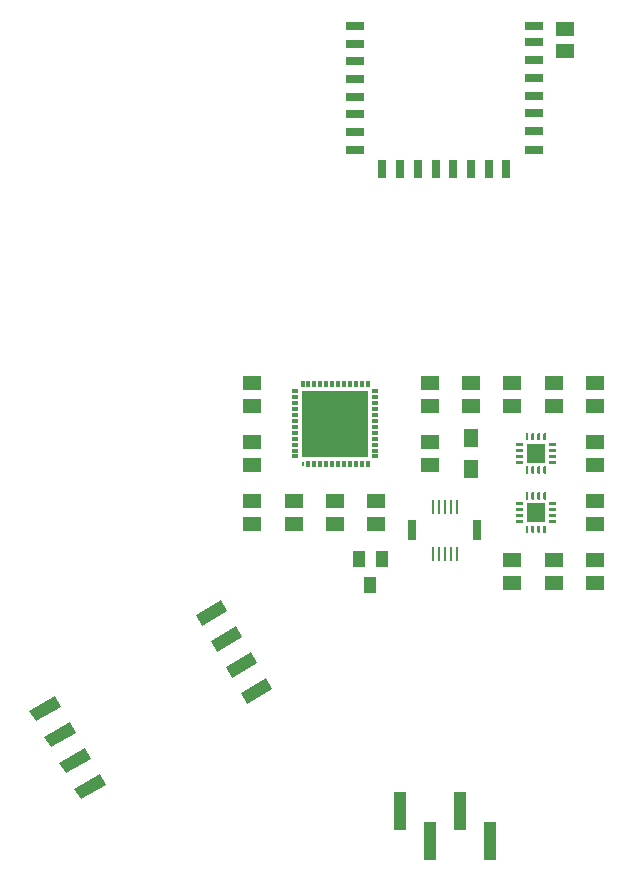
<source format=gtp>
G04 EAGLE Gerber RS-274X export*
G75*
%MOMM*%
%FSLAX34Y34*%
%LPD*%
%INTop Paste*%
%IPPOS*%
%AMOC8*
5,1,8,0,0,1.08239X$1,22.5*%
G01*
%ADD10R,1.500000X0.635000*%
%ADD11R,0.635000X1.500000*%
%ADD12R,0.200000X0.400000*%
%ADD13R,5.600000X5.600000*%
%ADD14R,0.300000X0.550000*%
%ADD15R,0.550000X0.300000*%
%ADD16R,1.500000X1.300000*%
%ADD17R,1.200000X1.500000*%
%ADD18R,0.280000X1.200000*%
%ADD19R,0.800000X1.800000*%
%ADD20R,1.000000X1.400000*%
%ADD21R,1.016000X3.302000*%
%ADD22R,2.500000X1.040000*%
%ADD23R,2.500000X1.020000*%

G36*
X572258Y392252D02*
X572258Y392252D01*
X572267Y392251D01*
X572355Y392272D01*
X572445Y392290D01*
X572452Y392295D01*
X572460Y392297D01*
X572533Y392351D01*
X572609Y392403D01*
X572613Y392410D01*
X572620Y392415D01*
X572667Y392493D01*
X572716Y392570D01*
X572717Y392579D01*
X572722Y392586D01*
X572749Y392750D01*
X572749Y407250D01*
X572748Y407258D01*
X572749Y407267D01*
X572728Y407355D01*
X572710Y407445D01*
X572705Y407452D01*
X572703Y407460D01*
X572649Y407533D01*
X572597Y407609D01*
X572590Y407613D01*
X572585Y407620D01*
X572507Y407667D01*
X572430Y407716D01*
X572421Y407717D01*
X572414Y407722D01*
X572250Y407749D01*
X557750Y407749D01*
X557742Y407748D01*
X557733Y407749D01*
X557645Y407728D01*
X557555Y407710D01*
X557548Y407705D01*
X557540Y407703D01*
X557467Y407649D01*
X557391Y407597D01*
X557387Y407590D01*
X557380Y407585D01*
X557333Y407507D01*
X557284Y407430D01*
X557283Y407421D01*
X557278Y407414D01*
X557251Y407250D01*
X557251Y392750D01*
X557252Y392742D01*
X557251Y392733D01*
X557272Y392645D01*
X557290Y392555D01*
X557295Y392548D01*
X557297Y392540D01*
X557351Y392467D01*
X557403Y392391D01*
X557410Y392387D01*
X557415Y392380D01*
X557493Y392333D01*
X557570Y392284D01*
X557579Y392283D01*
X557586Y392278D01*
X557750Y392251D01*
X572250Y392251D01*
X572258Y392252D01*
G37*
G36*
X572258Y342252D02*
X572258Y342252D01*
X572267Y342251D01*
X572355Y342272D01*
X572445Y342290D01*
X572452Y342295D01*
X572460Y342297D01*
X572533Y342351D01*
X572609Y342403D01*
X572613Y342410D01*
X572620Y342415D01*
X572667Y342493D01*
X572716Y342570D01*
X572717Y342579D01*
X572722Y342586D01*
X572749Y342750D01*
X572749Y357250D01*
X572748Y357258D01*
X572749Y357267D01*
X572728Y357355D01*
X572710Y357445D01*
X572705Y357452D01*
X572703Y357460D01*
X572649Y357533D01*
X572597Y357609D01*
X572590Y357613D01*
X572585Y357620D01*
X572507Y357667D01*
X572430Y357716D01*
X572421Y357717D01*
X572414Y357722D01*
X572250Y357749D01*
X557750Y357749D01*
X557742Y357748D01*
X557733Y357749D01*
X557645Y357728D01*
X557555Y357710D01*
X557548Y357705D01*
X557540Y357703D01*
X557467Y357649D01*
X557391Y357597D01*
X557387Y357590D01*
X557380Y357585D01*
X557333Y357507D01*
X557284Y357430D01*
X557283Y357421D01*
X557278Y357414D01*
X557251Y357250D01*
X557251Y342750D01*
X557252Y342742D01*
X557251Y342733D01*
X557272Y342645D01*
X557290Y342555D01*
X557295Y342548D01*
X557297Y342540D01*
X557351Y342467D01*
X557403Y342391D01*
X557410Y342387D01*
X557415Y342380D01*
X557493Y342333D01*
X557570Y342284D01*
X557579Y342283D01*
X557586Y342278D01*
X557750Y342251D01*
X572250Y342251D01*
X572258Y342252D01*
G37*
G36*
X563208Y411002D02*
X563208Y411002D01*
X563217Y411001D01*
X563305Y411022D01*
X563395Y411040D01*
X563402Y411045D01*
X563410Y411047D01*
X563483Y411101D01*
X563559Y411153D01*
X563563Y411160D01*
X563570Y411165D01*
X563617Y411243D01*
X563666Y411320D01*
X563667Y411329D01*
X563672Y411336D01*
X563699Y411500D01*
X563699Y416500D01*
X563698Y416505D01*
X563699Y416509D01*
X563698Y416512D01*
X563699Y416517D01*
X563678Y416605D01*
X563660Y416695D01*
X563655Y416702D01*
X563653Y416710D01*
X563599Y416783D01*
X563547Y416859D01*
X563540Y416863D01*
X563535Y416870D01*
X563457Y416917D01*
X563380Y416966D01*
X563371Y416967D01*
X563364Y416972D01*
X563200Y416999D01*
X561800Y416999D01*
X561792Y416998D01*
X561783Y416999D01*
X561695Y416978D01*
X561605Y416960D01*
X561598Y416955D01*
X561590Y416953D01*
X561517Y416899D01*
X561441Y416847D01*
X561437Y416840D01*
X561430Y416835D01*
X561383Y416757D01*
X561334Y416680D01*
X561333Y416671D01*
X561328Y416664D01*
X561301Y416500D01*
X561301Y411500D01*
X561302Y411492D01*
X561301Y411483D01*
X561322Y411395D01*
X561340Y411305D01*
X561345Y411298D01*
X561347Y411290D01*
X561401Y411217D01*
X561453Y411141D01*
X561460Y411137D01*
X561465Y411130D01*
X561543Y411083D01*
X561620Y411034D01*
X561629Y411033D01*
X561636Y411028D01*
X561800Y411001D01*
X563200Y411001D01*
X563208Y411002D01*
G37*
G36*
X568208Y411002D02*
X568208Y411002D01*
X568217Y411001D01*
X568305Y411022D01*
X568395Y411040D01*
X568402Y411045D01*
X568410Y411047D01*
X568483Y411101D01*
X568559Y411153D01*
X568563Y411160D01*
X568570Y411165D01*
X568617Y411243D01*
X568666Y411320D01*
X568667Y411329D01*
X568672Y411336D01*
X568699Y411500D01*
X568699Y416500D01*
X568698Y416505D01*
X568699Y416509D01*
X568698Y416512D01*
X568699Y416517D01*
X568678Y416605D01*
X568660Y416695D01*
X568655Y416702D01*
X568653Y416710D01*
X568599Y416783D01*
X568547Y416859D01*
X568540Y416863D01*
X568535Y416870D01*
X568457Y416917D01*
X568380Y416966D01*
X568371Y416967D01*
X568364Y416972D01*
X568200Y416999D01*
X566800Y416999D01*
X566792Y416998D01*
X566783Y416999D01*
X566695Y416978D01*
X566605Y416960D01*
X566598Y416955D01*
X566590Y416953D01*
X566517Y416899D01*
X566441Y416847D01*
X566437Y416840D01*
X566430Y416835D01*
X566383Y416757D01*
X566334Y416680D01*
X566333Y416671D01*
X566328Y416664D01*
X566301Y416500D01*
X566301Y411500D01*
X566302Y411492D01*
X566301Y411483D01*
X566322Y411395D01*
X566340Y411305D01*
X566345Y411298D01*
X566347Y411290D01*
X566401Y411217D01*
X566453Y411141D01*
X566460Y411137D01*
X566465Y411130D01*
X566543Y411083D01*
X566620Y411034D01*
X566629Y411033D01*
X566636Y411028D01*
X566800Y411001D01*
X568200Y411001D01*
X568208Y411002D01*
G37*
G36*
X558208Y411002D02*
X558208Y411002D01*
X558217Y411001D01*
X558305Y411022D01*
X558395Y411040D01*
X558402Y411045D01*
X558410Y411047D01*
X558483Y411101D01*
X558559Y411153D01*
X558563Y411160D01*
X558570Y411165D01*
X558617Y411243D01*
X558666Y411320D01*
X558667Y411329D01*
X558672Y411336D01*
X558699Y411500D01*
X558699Y416500D01*
X558698Y416505D01*
X558699Y416509D01*
X558698Y416512D01*
X558699Y416517D01*
X558678Y416605D01*
X558660Y416695D01*
X558655Y416702D01*
X558653Y416710D01*
X558599Y416783D01*
X558547Y416859D01*
X558540Y416863D01*
X558535Y416870D01*
X558457Y416917D01*
X558380Y416966D01*
X558371Y416967D01*
X558364Y416972D01*
X558200Y416999D01*
X556800Y416999D01*
X556792Y416998D01*
X556783Y416999D01*
X556695Y416978D01*
X556605Y416960D01*
X556598Y416955D01*
X556590Y416953D01*
X556517Y416899D01*
X556441Y416847D01*
X556437Y416840D01*
X556430Y416835D01*
X556383Y416757D01*
X556334Y416680D01*
X556333Y416671D01*
X556328Y416664D01*
X556301Y416500D01*
X556301Y411500D01*
X556302Y411492D01*
X556301Y411483D01*
X556322Y411395D01*
X556340Y411305D01*
X556345Y411298D01*
X556347Y411290D01*
X556401Y411217D01*
X556453Y411141D01*
X556460Y411137D01*
X556465Y411130D01*
X556543Y411083D01*
X556620Y411034D01*
X556629Y411033D01*
X556636Y411028D01*
X556800Y411001D01*
X558200Y411001D01*
X558208Y411002D01*
G37*
G36*
X573208Y411002D02*
X573208Y411002D01*
X573217Y411001D01*
X573305Y411022D01*
X573395Y411040D01*
X573402Y411045D01*
X573410Y411047D01*
X573483Y411101D01*
X573559Y411153D01*
X573563Y411160D01*
X573570Y411165D01*
X573617Y411243D01*
X573666Y411320D01*
X573667Y411329D01*
X573672Y411336D01*
X573699Y411500D01*
X573699Y416500D01*
X573698Y416505D01*
X573699Y416509D01*
X573698Y416512D01*
X573699Y416517D01*
X573678Y416605D01*
X573660Y416695D01*
X573655Y416702D01*
X573653Y416710D01*
X573599Y416783D01*
X573547Y416859D01*
X573540Y416863D01*
X573535Y416870D01*
X573457Y416917D01*
X573380Y416966D01*
X573371Y416967D01*
X573364Y416972D01*
X573200Y416999D01*
X571800Y416999D01*
X571792Y416998D01*
X571783Y416999D01*
X571695Y416978D01*
X571605Y416960D01*
X571598Y416955D01*
X571590Y416953D01*
X571517Y416899D01*
X571441Y416847D01*
X571437Y416840D01*
X571430Y416835D01*
X571383Y416757D01*
X571334Y416680D01*
X571333Y416671D01*
X571328Y416664D01*
X571301Y416500D01*
X571301Y411500D01*
X571302Y411492D01*
X571301Y411483D01*
X571322Y411395D01*
X571340Y411305D01*
X571345Y411298D01*
X571347Y411290D01*
X571401Y411217D01*
X571453Y411141D01*
X571460Y411137D01*
X571465Y411130D01*
X571543Y411083D01*
X571620Y411034D01*
X571629Y411033D01*
X571636Y411028D01*
X571800Y411001D01*
X573200Y411001D01*
X573208Y411002D01*
G37*
G36*
X568208Y361002D02*
X568208Y361002D01*
X568217Y361001D01*
X568305Y361022D01*
X568395Y361040D01*
X568402Y361045D01*
X568410Y361047D01*
X568483Y361101D01*
X568559Y361153D01*
X568563Y361160D01*
X568570Y361165D01*
X568617Y361243D01*
X568666Y361320D01*
X568667Y361329D01*
X568672Y361336D01*
X568699Y361500D01*
X568699Y366500D01*
X568698Y366505D01*
X568699Y366509D01*
X568698Y366512D01*
X568699Y366517D01*
X568678Y366605D01*
X568660Y366695D01*
X568655Y366702D01*
X568653Y366710D01*
X568599Y366783D01*
X568547Y366859D01*
X568540Y366863D01*
X568535Y366870D01*
X568457Y366917D01*
X568380Y366966D01*
X568371Y366967D01*
X568364Y366972D01*
X568200Y366999D01*
X566800Y366999D01*
X566792Y366998D01*
X566783Y366999D01*
X566695Y366978D01*
X566605Y366960D01*
X566598Y366955D01*
X566590Y366953D01*
X566517Y366899D01*
X566441Y366847D01*
X566437Y366840D01*
X566430Y366835D01*
X566383Y366757D01*
X566334Y366680D01*
X566333Y366671D01*
X566328Y366664D01*
X566301Y366500D01*
X566301Y361500D01*
X566302Y361492D01*
X566301Y361483D01*
X566322Y361395D01*
X566340Y361305D01*
X566345Y361298D01*
X566347Y361290D01*
X566401Y361217D01*
X566453Y361141D01*
X566460Y361137D01*
X566465Y361130D01*
X566543Y361083D01*
X566620Y361034D01*
X566629Y361033D01*
X566636Y361028D01*
X566800Y361001D01*
X568200Y361001D01*
X568208Y361002D01*
G37*
G36*
X558208Y361002D02*
X558208Y361002D01*
X558217Y361001D01*
X558305Y361022D01*
X558395Y361040D01*
X558402Y361045D01*
X558410Y361047D01*
X558483Y361101D01*
X558559Y361153D01*
X558563Y361160D01*
X558570Y361165D01*
X558617Y361243D01*
X558666Y361320D01*
X558667Y361329D01*
X558672Y361336D01*
X558699Y361500D01*
X558699Y366500D01*
X558698Y366505D01*
X558699Y366509D01*
X558698Y366512D01*
X558699Y366517D01*
X558678Y366605D01*
X558660Y366695D01*
X558655Y366702D01*
X558653Y366710D01*
X558599Y366783D01*
X558547Y366859D01*
X558540Y366863D01*
X558535Y366870D01*
X558457Y366917D01*
X558380Y366966D01*
X558371Y366967D01*
X558364Y366972D01*
X558200Y366999D01*
X556800Y366999D01*
X556792Y366998D01*
X556783Y366999D01*
X556695Y366978D01*
X556605Y366960D01*
X556598Y366955D01*
X556590Y366953D01*
X556517Y366899D01*
X556441Y366847D01*
X556437Y366840D01*
X556430Y366835D01*
X556383Y366757D01*
X556334Y366680D01*
X556333Y366671D01*
X556328Y366664D01*
X556301Y366500D01*
X556301Y361500D01*
X556302Y361492D01*
X556301Y361483D01*
X556322Y361395D01*
X556340Y361305D01*
X556345Y361298D01*
X556347Y361290D01*
X556401Y361217D01*
X556453Y361141D01*
X556460Y361137D01*
X556465Y361130D01*
X556543Y361083D01*
X556620Y361034D01*
X556629Y361033D01*
X556636Y361028D01*
X556800Y361001D01*
X558200Y361001D01*
X558208Y361002D01*
G37*
G36*
X573208Y361002D02*
X573208Y361002D01*
X573217Y361001D01*
X573305Y361022D01*
X573395Y361040D01*
X573402Y361045D01*
X573410Y361047D01*
X573483Y361101D01*
X573559Y361153D01*
X573563Y361160D01*
X573570Y361165D01*
X573617Y361243D01*
X573666Y361320D01*
X573667Y361329D01*
X573672Y361336D01*
X573699Y361500D01*
X573699Y366500D01*
X573698Y366505D01*
X573699Y366509D01*
X573698Y366512D01*
X573699Y366517D01*
X573678Y366605D01*
X573660Y366695D01*
X573655Y366702D01*
X573653Y366710D01*
X573599Y366783D01*
X573547Y366859D01*
X573540Y366863D01*
X573535Y366870D01*
X573457Y366917D01*
X573380Y366966D01*
X573371Y366967D01*
X573364Y366972D01*
X573200Y366999D01*
X571800Y366999D01*
X571792Y366998D01*
X571783Y366999D01*
X571695Y366978D01*
X571605Y366960D01*
X571598Y366955D01*
X571590Y366953D01*
X571517Y366899D01*
X571441Y366847D01*
X571437Y366840D01*
X571430Y366835D01*
X571383Y366757D01*
X571334Y366680D01*
X571333Y366671D01*
X571328Y366664D01*
X571301Y366500D01*
X571301Y361500D01*
X571302Y361492D01*
X571301Y361483D01*
X571322Y361395D01*
X571340Y361305D01*
X571345Y361298D01*
X571347Y361290D01*
X571401Y361217D01*
X571453Y361141D01*
X571460Y361137D01*
X571465Y361130D01*
X571543Y361083D01*
X571620Y361034D01*
X571629Y361033D01*
X571636Y361028D01*
X571800Y361001D01*
X573200Y361001D01*
X573208Y361002D01*
G37*
G36*
X563208Y333002D02*
X563208Y333002D01*
X563217Y333001D01*
X563305Y333022D01*
X563395Y333040D01*
X563402Y333045D01*
X563410Y333047D01*
X563483Y333101D01*
X563559Y333153D01*
X563563Y333160D01*
X563570Y333165D01*
X563617Y333243D01*
X563666Y333320D01*
X563667Y333329D01*
X563672Y333336D01*
X563699Y333500D01*
X563699Y338500D01*
X563698Y338505D01*
X563699Y338509D01*
X563698Y338512D01*
X563699Y338517D01*
X563678Y338605D01*
X563660Y338695D01*
X563655Y338702D01*
X563653Y338710D01*
X563599Y338783D01*
X563547Y338859D01*
X563540Y338863D01*
X563535Y338870D01*
X563457Y338917D01*
X563380Y338966D01*
X563371Y338967D01*
X563364Y338972D01*
X563200Y338999D01*
X561800Y338999D01*
X561792Y338998D01*
X561783Y338999D01*
X561695Y338978D01*
X561605Y338960D01*
X561598Y338955D01*
X561590Y338953D01*
X561517Y338899D01*
X561441Y338847D01*
X561437Y338840D01*
X561430Y338835D01*
X561383Y338757D01*
X561334Y338680D01*
X561333Y338671D01*
X561328Y338664D01*
X561301Y338500D01*
X561301Y333500D01*
X561302Y333492D01*
X561301Y333483D01*
X561322Y333395D01*
X561340Y333305D01*
X561345Y333298D01*
X561347Y333290D01*
X561401Y333217D01*
X561453Y333141D01*
X561460Y333137D01*
X561465Y333130D01*
X561543Y333083D01*
X561620Y333034D01*
X561629Y333033D01*
X561636Y333028D01*
X561800Y333001D01*
X563200Y333001D01*
X563208Y333002D01*
G37*
G36*
X568208Y333002D02*
X568208Y333002D01*
X568217Y333001D01*
X568305Y333022D01*
X568395Y333040D01*
X568402Y333045D01*
X568410Y333047D01*
X568483Y333101D01*
X568559Y333153D01*
X568563Y333160D01*
X568570Y333165D01*
X568617Y333243D01*
X568666Y333320D01*
X568667Y333329D01*
X568672Y333336D01*
X568699Y333500D01*
X568699Y338500D01*
X568698Y338505D01*
X568699Y338509D01*
X568698Y338512D01*
X568699Y338517D01*
X568678Y338605D01*
X568660Y338695D01*
X568655Y338702D01*
X568653Y338710D01*
X568599Y338783D01*
X568547Y338859D01*
X568540Y338863D01*
X568535Y338870D01*
X568457Y338917D01*
X568380Y338966D01*
X568371Y338967D01*
X568364Y338972D01*
X568200Y338999D01*
X566800Y338999D01*
X566792Y338998D01*
X566783Y338999D01*
X566695Y338978D01*
X566605Y338960D01*
X566598Y338955D01*
X566590Y338953D01*
X566517Y338899D01*
X566441Y338847D01*
X566437Y338840D01*
X566430Y338835D01*
X566383Y338757D01*
X566334Y338680D01*
X566333Y338671D01*
X566328Y338664D01*
X566301Y338500D01*
X566301Y333500D01*
X566302Y333492D01*
X566301Y333483D01*
X566322Y333395D01*
X566340Y333305D01*
X566345Y333298D01*
X566347Y333290D01*
X566401Y333217D01*
X566453Y333141D01*
X566460Y333137D01*
X566465Y333130D01*
X566543Y333083D01*
X566620Y333034D01*
X566629Y333033D01*
X566636Y333028D01*
X566800Y333001D01*
X568200Y333001D01*
X568208Y333002D01*
G37*
G36*
X558208Y333002D02*
X558208Y333002D01*
X558217Y333001D01*
X558305Y333022D01*
X558395Y333040D01*
X558402Y333045D01*
X558410Y333047D01*
X558483Y333101D01*
X558559Y333153D01*
X558563Y333160D01*
X558570Y333165D01*
X558617Y333243D01*
X558666Y333320D01*
X558667Y333329D01*
X558672Y333336D01*
X558699Y333500D01*
X558699Y338500D01*
X558698Y338505D01*
X558699Y338509D01*
X558698Y338512D01*
X558699Y338517D01*
X558678Y338605D01*
X558660Y338695D01*
X558655Y338702D01*
X558653Y338710D01*
X558599Y338783D01*
X558547Y338859D01*
X558540Y338863D01*
X558535Y338870D01*
X558457Y338917D01*
X558380Y338966D01*
X558371Y338967D01*
X558364Y338972D01*
X558200Y338999D01*
X556800Y338999D01*
X556792Y338998D01*
X556783Y338999D01*
X556695Y338978D01*
X556605Y338960D01*
X556598Y338955D01*
X556590Y338953D01*
X556517Y338899D01*
X556441Y338847D01*
X556437Y338840D01*
X556430Y338835D01*
X556383Y338757D01*
X556334Y338680D01*
X556333Y338671D01*
X556328Y338664D01*
X556301Y338500D01*
X556301Y333500D01*
X556302Y333492D01*
X556301Y333483D01*
X556322Y333395D01*
X556340Y333305D01*
X556345Y333298D01*
X556347Y333290D01*
X556401Y333217D01*
X556453Y333141D01*
X556460Y333137D01*
X556465Y333130D01*
X556543Y333083D01*
X556620Y333034D01*
X556629Y333033D01*
X556636Y333028D01*
X556800Y333001D01*
X558200Y333001D01*
X558208Y333002D01*
G37*
G36*
X573208Y333002D02*
X573208Y333002D01*
X573217Y333001D01*
X573305Y333022D01*
X573395Y333040D01*
X573402Y333045D01*
X573410Y333047D01*
X573483Y333101D01*
X573559Y333153D01*
X573563Y333160D01*
X573570Y333165D01*
X573617Y333243D01*
X573666Y333320D01*
X573667Y333329D01*
X573672Y333336D01*
X573699Y333500D01*
X573699Y338500D01*
X573698Y338505D01*
X573699Y338509D01*
X573698Y338512D01*
X573699Y338517D01*
X573678Y338605D01*
X573660Y338695D01*
X573655Y338702D01*
X573653Y338710D01*
X573599Y338783D01*
X573547Y338859D01*
X573540Y338863D01*
X573535Y338870D01*
X573457Y338917D01*
X573380Y338966D01*
X573371Y338967D01*
X573364Y338972D01*
X573200Y338999D01*
X571800Y338999D01*
X571792Y338998D01*
X571783Y338999D01*
X571695Y338978D01*
X571605Y338960D01*
X571598Y338955D01*
X571590Y338953D01*
X571517Y338899D01*
X571441Y338847D01*
X571437Y338840D01*
X571430Y338835D01*
X571383Y338757D01*
X571334Y338680D01*
X571333Y338671D01*
X571328Y338664D01*
X571301Y338500D01*
X571301Y333500D01*
X571302Y333492D01*
X571301Y333483D01*
X571322Y333395D01*
X571340Y333305D01*
X571345Y333298D01*
X571347Y333290D01*
X571401Y333217D01*
X571453Y333141D01*
X571460Y333137D01*
X571465Y333130D01*
X571543Y333083D01*
X571620Y333034D01*
X571629Y333033D01*
X571636Y333028D01*
X571800Y333001D01*
X573200Y333001D01*
X573208Y333002D01*
G37*
G36*
X568208Y383002D02*
X568208Y383002D01*
X568217Y383001D01*
X568305Y383022D01*
X568395Y383040D01*
X568402Y383045D01*
X568410Y383047D01*
X568483Y383101D01*
X568559Y383153D01*
X568563Y383160D01*
X568570Y383165D01*
X568617Y383243D01*
X568666Y383320D01*
X568667Y383329D01*
X568672Y383336D01*
X568699Y383500D01*
X568699Y388500D01*
X568698Y388505D01*
X568699Y388509D01*
X568698Y388512D01*
X568699Y388517D01*
X568678Y388605D01*
X568660Y388695D01*
X568655Y388702D01*
X568653Y388710D01*
X568599Y388783D01*
X568547Y388859D01*
X568540Y388863D01*
X568535Y388870D01*
X568457Y388917D01*
X568380Y388966D01*
X568371Y388967D01*
X568364Y388972D01*
X568200Y388999D01*
X566800Y388999D01*
X566792Y388998D01*
X566783Y388999D01*
X566695Y388978D01*
X566605Y388960D01*
X566598Y388955D01*
X566590Y388953D01*
X566517Y388899D01*
X566441Y388847D01*
X566437Y388840D01*
X566430Y388835D01*
X566383Y388757D01*
X566334Y388680D01*
X566333Y388671D01*
X566328Y388664D01*
X566301Y388500D01*
X566301Y383500D01*
X566302Y383492D01*
X566301Y383483D01*
X566322Y383395D01*
X566340Y383305D01*
X566345Y383298D01*
X566347Y383290D01*
X566401Y383217D01*
X566453Y383141D01*
X566460Y383137D01*
X566465Y383130D01*
X566543Y383083D01*
X566620Y383034D01*
X566629Y383033D01*
X566636Y383028D01*
X566800Y383001D01*
X568200Y383001D01*
X568208Y383002D01*
G37*
G36*
X573208Y383002D02*
X573208Y383002D01*
X573217Y383001D01*
X573305Y383022D01*
X573395Y383040D01*
X573402Y383045D01*
X573410Y383047D01*
X573483Y383101D01*
X573559Y383153D01*
X573563Y383160D01*
X573570Y383165D01*
X573617Y383243D01*
X573666Y383320D01*
X573667Y383329D01*
X573672Y383336D01*
X573699Y383500D01*
X573699Y388500D01*
X573698Y388505D01*
X573699Y388509D01*
X573698Y388512D01*
X573699Y388517D01*
X573678Y388605D01*
X573660Y388695D01*
X573655Y388702D01*
X573653Y388710D01*
X573599Y388783D01*
X573547Y388859D01*
X573540Y388863D01*
X573535Y388870D01*
X573457Y388917D01*
X573380Y388966D01*
X573371Y388967D01*
X573364Y388972D01*
X573200Y388999D01*
X571800Y388999D01*
X571792Y388998D01*
X571783Y388999D01*
X571695Y388978D01*
X571605Y388960D01*
X571598Y388955D01*
X571590Y388953D01*
X571517Y388899D01*
X571441Y388847D01*
X571437Y388840D01*
X571430Y388835D01*
X571383Y388757D01*
X571334Y388680D01*
X571333Y388671D01*
X571328Y388664D01*
X571301Y388500D01*
X571301Y383500D01*
X571302Y383492D01*
X571301Y383483D01*
X571322Y383395D01*
X571340Y383305D01*
X571345Y383298D01*
X571347Y383290D01*
X571401Y383217D01*
X571453Y383141D01*
X571460Y383137D01*
X571465Y383130D01*
X571543Y383083D01*
X571620Y383034D01*
X571629Y383033D01*
X571636Y383028D01*
X571800Y383001D01*
X573200Y383001D01*
X573208Y383002D01*
G37*
G36*
X558208Y383002D02*
X558208Y383002D01*
X558217Y383001D01*
X558305Y383022D01*
X558395Y383040D01*
X558402Y383045D01*
X558410Y383047D01*
X558483Y383101D01*
X558559Y383153D01*
X558563Y383160D01*
X558570Y383165D01*
X558617Y383243D01*
X558666Y383320D01*
X558667Y383329D01*
X558672Y383336D01*
X558699Y383500D01*
X558699Y388500D01*
X558698Y388505D01*
X558699Y388509D01*
X558698Y388512D01*
X558699Y388517D01*
X558678Y388605D01*
X558660Y388695D01*
X558655Y388702D01*
X558653Y388710D01*
X558599Y388783D01*
X558547Y388859D01*
X558540Y388863D01*
X558535Y388870D01*
X558457Y388917D01*
X558380Y388966D01*
X558371Y388967D01*
X558364Y388972D01*
X558200Y388999D01*
X556800Y388999D01*
X556792Y388998D01*
X556783Y388999D01*
X556695Y388978D01*
X556605Y388960D01*
X556598Y388955D01*
X556590Y388953D01*
X556517Y388899D01*
X556441Y388847D01*
X556437Y388840D01*
X556430Y388835D01*
X556383Y388757D01*
X556334Y388680D01*
X556333Y388671D01*
X556328Y388664D01*
X556301Y388500D01*
X556301Y383500D01*
X556302Y383492D01*
X556301Y383483D01*
X556322Y383395D01*
X556340Y383305D01*
X556345Y383298D01*
X556347Y383290D01*
X556401Y383217D01*
X556453Y383141D01*
X556460Y383137D01*
X556465Y383130D01*
X556543Y383083D01*
X556620Y383034D01*
X556629Y383033D01*
X556636Y383028D01*
X556800Y383001D01*
X558200Y383001D01*
X558208Y383002D01*
G37*
G36*
X563208Y383002D02*
X563208Y383002D01*
X563217Y383001D01*
X563305Y383022D01*
X563395Y383040D01*
X563402Y383045D01*
X563410Y383047D01*
X563483Y383101D01*
X563559Y383153D01*
X563563Y383160D01*
X563570Y383165D01*
X563617Y383243D01*
X563666Y383320D01*
X563667Y383329D01*
X563672Y383336D01*
X563699Y383500D01*
X563699Y388500D01*
X563698Y388505D01*
X563699Y388509D01*
X563698Y388512D01*
X563699Y388517D01*
X563678Y388605D01*
X563660Y388695D01*
X563655Y388702D01*
X563653Y388710D01*
X563599Y388783D01*
X563547Y388859D01*
X563540Y388863D01*
X563535Y388870D01*
X563457Y388917D01*
X563380Y388966D01*
X563371Y388967D01*
X563364Y388972D01*
X563200Y388999D01*
X561800Y388999D01*
X561792Y388998D01*
X561783Y388999D01*
X561695Y388978D01*
X561605Y388960D01*
X561598Y388955D01*
X561590Y388953D01*
X561517Y388899D01*
X561441Y388847D01*
X561437Y388840D01*
X561430Y388835D01*
X561383Y388757D01*
X561334Y388680D01*
X561333Y388671D01*
X561328Y388664D01*
X561301Y388500D01*
X561301Y383500D01*
X561302Y383492D01*
X561301Y383483D01*
X561322Y383395D01*
X561340Y383305D01*
X561345Y383298D01*
X561347Y383290D01*
X561401Y383217D01*
X561453Y383141D01*
X561460Y383137D01*
X561465Y383130D01*
X561543Y383083D01*
X561620Y383034D01*
X561629Y383033D01*
X561636Y383028D01*
X561800Y383001D01*
X563200Y383001D01*
X563208Y383002D01*
G37*
G36*
X563208Y361002D02*
X563208Y361002D01*
X563217Y361001D01*
X563305Y361022D01*
X563395Y361040D01*
X563402Y361045D01*
X563410Y361047D01*
X563483Y361101D01*
X563559Y361153D01*
X563563Y361160D01*
X563570Y361165D01*
X563617Y361243D01*
X563666Y361320D01*
X563667Y361329D01*
X563672Y361336D01*
X563699Y361500D01*
X563699Y366500D01*
X563698Y366505D01*
X563699Y366509D01*
X563698Y366512D01*
X563699Y366517D01*
X563678Y366605D01*
X563660Y366695D01*
X563655Y366702D01*
X563653Y366710D01*
X563599Y366783D01*
X563547Y366859D01*
X563540Y366863D01*
X563535Y366870D01*
X563457Y366917D01*
X563380Y366966D01*
X563371Y366967D01*
X563364Y366972D01*
X563200Y366999D01*
X561800Y366999D01*
X561792Y366998D01*
X561783Y366999D01*
X561695Y366978D01*
X561605Y366960D01*
X561598Y366955D01*
X561590Y366953D01*
X561517Y366899D01*
X561441Y366847D01*
X561437Y366840D01*
X561430Y366835D01*
X561383Y366757D01*
X561334Y366680D01*
X561333Y366671D01*
X561328Y366664D01*
X561301Y366500D01*
X561301Y361500D01*
X561302Y361492D01*
X561301Y361483D01*
X561322Y361395D01*
X561340Y361305D01*
X561345Y361298D01*
X561347Y361290D01*
X561401Y361217D01*
X561453Y361141D01*
X561460Y361137D01*
X561465Y361130D01*
X561543Y361083D01*
X561620Y361034D01*
X561629Y361033D01*
X561636Y361028D01*
X561800Y361001D01*
X563200Y361001D01*
X563208Y361002D01*
G37*
G36*
X581508Y406302D02*
X581508Y406302D01*
X581517Y406301D01*
X581605Y406322D01*
X581695Y406340D01*
X581702Y406345D01*
X581710Y406347D01*
X581783Y406401D01*
X581859Y406453D01*
X581863Y406460D01*
X581870Y406465D01*
X581917Y406543D01*
X581966Y406620D01*
X581967Y406629D01*
X581972Y406636D01*
X581999Y406800D01*
X581999Y408200D01*
X581998Y408208D01*
X581999Y408217D01*
X581978Y408305D01*
X581960Y408395D01*
X581955Y408402D01*
X581953Y408410D01*
X581899Y408483D01*
X581847Y408559D01*
X581840Y408563D01*
X581835Y408570D01*
X581757Y408617D01*
X581680Y408666D01*
X581671Y408667D01*
X581664Y408672D01*
X581500Y408699D01*
X576500Y408699D01*
X576492Y408698D01*
X576483Y408699D01*
X576395Y408678D01*
X576305Y408660D01*
X576298Y408655D01*
X576290Y408653D01*
X576217Y408599D01*
X576141Y408547D01*
X576137Y408540D01*
X576130Y408535D01*
X576083Y408457D01*
X576034Y408380D01*
X576033Y408371D01*
X576028Y408364D01*
X576001Y408200D01*
X576001Y406800D01*
X576002Y406792D01*
X576001Y406783D01*
X576022Y406695D01*
X576040Y406605D01*
X576045Y406598D01*
X576047Y406590D01*
X576101Y406517D01*
X576153Y406441D01*
X576160Y406437D01*
X576165Y406430D01*
X576243Y406383D01*
X576320Y406334D01*
X576329Y406333D01*
X576336Y406328D01*
X576500Y406301D01*
X581500Y406301D01*
X581508Y406302D01*
G37*
G36*
X553508Y406302D02*
X553508Y406302D01*
X553517Y406301D01*
X553605Y406322D01*
X553695Y406340D01*
X553702Y406345D01*
X553710Y406347D01*
X553783Y406401D01*
X553859Y406453D01*
X553863Y406460D01*
X553870Y406465D01*
X553917Y406543D01*
X553966Y406620D01*
X553967Y406629D01*
X553972Y406636D01*
X553999Y406800D01*
X553999Y408200D01*
X553998Y408208D01*
X553999Y408217D01*
X553978Y408305D01*
X553960Y408395D01*
X553955Y408402D01*
X553953Y408410D01*
X553899Y408483D01*
X553847Y408559D01*
X553840Y408563D01*
X553835Y408570D01*
X553757Y408617D01*
X553680Y408666D01*
X553671Y408667D01*
X553664Y408672D01*
X553500Y408699D01*
X548500Y408699D01*
X548492Y408698D01*
X548483Y408699D01*
X548395Y408678D01*
X548305Y408660D01*
X548298Y408655D01*
X548290Y408653D01*
X548217Y408599D01*
X548141Y408547D01*
X548137Y408540D01*
X548130Y408535D01*
X548083Y408457D01*
X548034Y408380D01*
X548033Y408371D01*
X548028Y408364D01*
X548001Y408200D01*
X548001Y406800D01*
X548002Y406792D01*
X548001Y406783D01*
X548022Y406695D01*
X548040Y406605D01*
X548045Y406598D01*
X548047Y406590D01*
X548101Y406517D01*
X548153Y406441D01*
X548160Y406437D01*
X548165Y406430D01*
X548243Y406383D01*
X548320Y406334D01*
X548329Y406333D01*
X548336Y406328D01*
X548500Y406301D01*
X553500Y406301D01*
X553508Y406302D01*
G37*
G36*
X581508Y401302D02*
X581508Y401302D01*
X581517Y401301D01*
X581605Y401322D01*
X581695Y401340D01*
X581702Y401345D01*
X581710Y401347D01*
X581783Y401401D01*
X581859Y401453D01*
X581863Y401460D01*
X581870Y401465D01*
X581917Y401543D01*
X581966Y401620D01*
X581967Y401629D01*
X581972Y401636D01*
X581999Y401800D01*
X581999Y403200D01*
X581998Y403208D01*
X581999Y403217D01*
X581978Y403305D01*
X581960Y403395D01*
X581955Y403402D01*
X581953Y403410D01*
X581899Y403483D01*
X581847Y403559D01*
X581840Y403563D01*
X581835Y403570D01*
X581757Y403617D01*
X581680Y403666D01*
X581671Y403667D01*
X581664Y403672D01*
X581500Y403699D01*
X576500Y403699D01*
X576492Y403698D01*
X576483Y403699D01*
X576395Y403678D01*
X576305Y403660D01*
X576298Y403655D01*
X576290Y403653D01*
X576217Y403599D01*
X576141Y403547D01*
X576137Y403540D01*
X576130Y403535D01*
X576083Y403457D01*
X576034Y403380D01*
X576033Y403371D01*
X576028Y403364D01*
X576001Y403200D01*
X576001Y401800D01*
X576002Y401792D01*
X576001Y401783D01*
X576022Y401695D01*
X576040Y401605D01*
X576045Y401598D01*
X576047Y401590D01*
X576101Y401517D01*
X576153Y401441D01*
X576160Y401437D01*
X576165Y401430D01*
X576243Y401383D01*
X576320Y401334D01*
X576329Y401333D01*
X576336Y401328D01*
X576500Y401301D01*
X581500Y401301D01*
X581508Y401302D01*
G37*
G36*
X553508Y401302D02*
X553508Y401302D01*
X553517Y401301D01*
X553605Y401322D01*
X553695Y401340D01*
X553702Y401345D01*
X553710Y401347D01*
X553783Y401401D01*
X553859Y401453D01*
X553863Y401460D01*
X553870Y401465D01*
X553917Y401543D01*
X553966Y401620D01*
X553967Y401629D01*
X553972Y401636D01*
X553999Y401800D01*
X553999Y403200D01*
X553998Y403208D01*
X553999Y403217D01*
X553978Y403305D01*
X553960Y403395D01*
X553955Y403402D01*
X553953Y403410D01*
X553899Y403483D01*
X553847Y403559D01*
X553840Y403563D01*
X553835Y403570D01*
X553757Y403617D01*
X553680Y403666D01*
X553671Y403667D01*
X553664Y403672D01*
X553500Y403699D01*
X548500Y403699D01*
X548492Y403698D01*
X548483Y403699D01*
X548395Y403678D01*
X548305Y403660D01*
X548298Y403655D01*
X548290Y403653D01*
X548217Y403599D01*
X548141Y403547D01*
X548137Y403540D01*
X548130Y403535D01*
X548083Y403457D01*
X548034Y403380D01*
X548033Y403371D01*
X548028Y403364D01*
X548001Y403200D01*
X548001Y401800D01*
X548002Y401792D01*
X548001Y401783D01*
X548022Y401695D01*
X548040Y401605D01*
X548045Y401598D01*
X548047Y401590D01*
X548101Y401517D01*
X548153Y401441D01*
X548160Y401437D01*
X548165Y401430D01*
X548243Y401383D01*
X548320Y401334D01*
X548329Y401333D01*
X548336Y401328D01*
X548500Y401301D01*
X553500Y401301D01*
X553508Y401302D01*
G37*
G36*
X581508Y396302D02*
X581508Y396302D01*
X581517Y396301D01*
X581605Y396322D01*
X581695Y396340D01*
X581702Y396345D01*
X581710Y396347D01*
X581783Y396401D01*
X581859Y396453D01*
X581863Y396460D01*
X581870Y396465D01*
X581917Y396543D01*
X581966Y396620D01*
X581967Y396629D01*
X581972Y396636D01*
X581999Y396800D01*
X581999Y398200D01*
X581998Y398208D01*
X581999Y398217D01*
X581978Y398305D01*
X581960Y398395D01*
X581955Y398402D01*
X581953Y398410D01*
X581899Y398483D01*
X581847Y398559D01*
X581840Y398563D01*
X581835Y398570D01*
X581757Y398617D01*
X581680Y398666D01*
X581671Y398667D01*
X581664Y398672D01*
X581500Y398699D01*
X576500Y398699D01*
X576492Y398698D01*
X576483Y398699D01*
X576395Y398678D01*
X576305Y398660D01*
X576298Y398655D01*
X576290Y398653D01*
X576217Y398599D01*
X576141Y398547D01*
X576137Y398540D01*
X576130Y398535D01*
X576083Y398457D01*
X576034Y398380D01*
X576033Y398371D01*
X576028Y398364D01*
X576001Y398200D01*
X576001Y396800D01*
X576002Y396792D01*
X576001Y396783D01*
X576022Y396695D01*
X576040Y396605D01*
X576045Y396598D01*
X576047Y396590D01*
X576101Y396517D01*
X576153Y396441D01*
X576160Y396437D01*
X576165Y396430D01*
X576243Y396383D01*
X576320Y396334D01*
X576329Y396333D01*
X576336Y396328D01*
X576500Y396301D01*
X581500Y396301D01*
X581508Y396302D01*
G37*
G36*
X553508Y396302D02*
X553508Y396302D01*
X553517Y396301D01*
X553605Y396322D01*
X553695Y396340D01*
X553702Y396345D01*
X553710Y396347D01*
X553783Y396401D01*
X553859Y396453D01*
X553863Y396460D01*
X553870Y396465D01*
X553917Y396543D01*
X553966Y396620D01*
X553967Y396629D01*
X553972Y396636D01*
X553999Y396800D01*
X553999Y398200D01*
X553998Y398208D01*
X553999Y398217D01*
X553978Y398305D01*
X553960Y398395D01*
X553955Y398402D01*
X553953Y398410D01*
X553899Y398483D01*
X553847Y398559D01*
X553840Y398563D01*
X553835Y398570D01*
X553757Y398617D01*
X553680Y398666D01*
X553671Y398667D01*
X553664Y398672D01*
X553500Y398699D01*
X548500Y398699D01*
X548492Y398698D01*
X548483Y398699D01*
X548395Y398678D01*
X548305Y398660D01*
X548298Y398655D01*
X548290Y398653D01*
X548217Y398599D01*
X548141Y398547D01*
X548137Y398540D01*
X548130Y398535D01*
X548083Y398457D01*
X548034Y398380D01*
X548033Y398371D01*
X548028Y398364D01*
X548001Y398200D01*
X548001Y396800D01*
X548002Y396792D01*
X548001Y396783D01*
X548022Y396695D01*
X548040Y396605D01*
X548045Y396598D01*
X548047Y396590D01*
X548101Y396517D01*
X548153Y396441D01*
X548160Y396437D01*
X548165Y396430D01*
X548243Y396383D01*
X548320Y396334D01*
X548329Y396333D01*
X548336Y396328D01*
X548500Y396301D01*
X553500Y396301D01*
X553508Y396302D01*
G37*
G36*
X553508Y391302D02*
X553508Y391302D01*
X553517Y391301D01*
X553605Y391322D01*
X553695Y391340D01*
X553702Y391345D01*
X553710Y391347D01*
X553783Y391401D01*
X553859Y391453D01*
X553863Y391460D01*
X553870Y391465D01*
X553917Y391543D01*
X553966Y391620D01*
X553967Y391629D01*
X553972Y391636D01*
X553999Y391800D01*
X553999Y393200D01*
X553998Y393208D01*
X553999Y393217D01*
X553978Y393305D01*
X553960Y393395D01*
X553955Y393402D01*
X553953Y393410D01*
X553899Y393483D01*
X553847Y393559D01*
X553840Y393563D01*
X553835Y393570D01*
X553757Y393617D01*
X553680Y393666D01*
X553671Y393667D01*
X553664Y393672D01*
X553500Y393699D01*
X548500Y393699D01*
X548492Y393698D01*
X548483Y393699D01*
X548395Y393678D01*
X548305Y393660D01*
X548298Y393655D01*
X548290Y393653D01*
X548217Y393599D01*
X548141Y393547D01*
X548137Y393540D01*
X548130Y393535D01*
X548083Y393457D01*
X548034Y393380D01*
X548033Y393371D01*
X548028Y393364D01*
X548001Y393200D01*
X548001Y391800D01*
X548002Y391792D01*
X548001Y391783D01*
X548022Y391695D01*
X548040Y391605D01*
X548045Y391598D01*
X548047Y391590D01*
X548101Y391517D01*
X548153Y391441D01*
X548160Y391437D01*
X548165Y391430D01*
X548243Y391383D01*
X548320Y391334D01*
X548329Y391333D01*
X548336Y391328D01*
X548500Y391301D01*
X553500Y391301D01*
X553508Y391302D01*
G37*
G36*
X553508Y351302D02*
X553508Y351302D01*
X553517Y351301D01*
X553605Y351322D01*
X553695Y351340D01*
X553702Y351345D01*
X553710Y351347D01*
X553783Y351401D01*
X553859Y351453D01*
X553863Y351460D01*
X553870Y351465D01*
X553917Y351543D01*
X553966Y351620D01*
X553967Y351629D01*
X553972Y351636D01*
X553999Y351800D01*
X553999Y353200D01*
X553998Y353208D01*
X553999Y353217D01*
X553978Y353305D01*
X553960Y353395D01*
X553955Y353402D01*
X553953Y353410D01*
X553899Y353483D01*
X553847Y353559D01*
X553840Y353563D01*
X553835Y353570D01*
X553757Y353617D01*
X553680Y353666D01*
X553671Y353667D01*
X553664Y353672D01*
X553500Y353699D01*
X548500Y353699D01*
X548492Y353698D01*
X548483Y353699D01*
X548395Y353678D01*
X548305Y353660D01*
X548298Y353655D01*
X548290Y353653D01*
X548217Y353599D01*
X548141Y353547D01*
X548137Y353540D01*
X548130Y353535D01*
X548083Y353457D01*
X548034Y353380D01*
X548033Y353371D01*
X548028Y353364D01*
X548001Y353200D01*
X548001Y351800D01*
X548002Y351792D01*
X548001Y351783D01*
X548022Y351695D01*
X548040Y351605D01*
X548045Y351598D01*
X548047Y351590D01*
X548101Y351517D01*
X548153Y351441D01*
X548160Y351437D01*
X548165Y351430D01*
X548243Y351383D01*
X548320Y351334D01*
X548329Y351333D01*
X548336Y351328D01*
X548500Y351301D01*
X553500Y351301D01*
X553508Y351302D01*
G37*
G36*
X581508Y346302D02*
X581508Y346302D01*
X581517Y346301D01*
X581605Y346322D01*
X581695Y346340D01*
X581702Y346345D01*
X581710Y346347D01*
X581783Y346401D01*
X581859Y346453D01*
X581863Y346460D01*
X581870Y346465D01*
X581917Y346543D01*
X581966Y346620D01*
X581967Y346629D01*
X581972Y346636D01*
X581999Y346800D01*
X581999Y348200D01*
X581998Y348208D01*
X581999Y348217D01*
X581978Y348305D01*
X581960Y348395D01*
X581955Y348402D01*
X581953Y348410D01*
X581899Y348483D01*
X581847Y348559D01*
X581840Y348563D01*
X581835Y348570D01*
X581757Y348617D01*
X581680Y348666D01*
X581671Y348667D01*
X581664Y348672D01*
X581500Y348699D01*
X576500Y348699D01*
X576492Y348698D01*
X576483Y348699D01*
X576395Y348678D01*
X576305Y348660D01*
X576298Y348655D01*
X576290Y348653D01*
X576217Y348599D01*
X576141Y348547D01*
X576137Y348540D01*
X576130Y348535D01*
X576083Y348457D01*
X576034Y348380D01*
X576033Y348371D01*
X576028Y348364D01*
X576001Y348200D01*
X576001Y346800D01*
X576002Y346792D01*
X576001Y346783D01*
X576022Y346695D01*
X576040Y346605D01*
X576045Y346598D01*
X576047Y346590D01*
X576101Y346517D01*
X576153Y346441D01*
X576160Y346437D01*
X576165Y346430D01*
X576243Y346383D01*
X576320Y346334D01*
X576329Y346333D01*
X576336Y346328D01*
X576500Y346301D01*
X581500Y346301D01*
X581508Y346302D01*
G37*
G36*
X553508Y346302D02*
X553508Y346302D01*
X553517Y346301D01*
X553605Y346322D01*
X553695Y346340D01*
X553702Y346345D01*
X553710Y346347D01*
X553783Y346401D01*
X553859Y346453D01*
X553863Y346460D01*
X553870Y346465D01*
X553917Y346543D01*
X553966Y346620D01*
X553967Y346629D01*
X553972Y346636D01*
X553999Y346800D01*
X553999Y348200D01*
X553998Y348208D01*
X553999Y348217D01*
X553978Y348305D01*
X553960Y348395D01*
X553955Y348402D01*
X553953Y348410D01*
X553899Y348483D01*
X553847Y348559D01*
X553840Y348563D01*
X553835Y348570D01*
X553757Y348617D01*
X553680Y348666D01*
X553671Y348667D01*
X553664Y348672D01*
X553500Y348699D01*
X548500Y348699D01*
X548492Y348698D01*
X548483Y348699D01*
X548395Y348678D01*
X548305Y348660D01*
X548298Y348655D01*
X548290Y348653D01*
X548217Y348599D01*
X548141Y348547D01*
X548137Y348540D01*
X548130Y348535D01*
X548083Y348457D01*
X548034Y348380D01*
X548033Y348371D01*
X548028Y348364D01*
X548001Y348200D01*
X548001Y346800D01*
X548002Y346792D01*
X548001Y346783D01*
X548022Y346695D01*
X548040Y346605D01*
X548045Y346598D01*
X548047Y346590D01*
X548101Y346517D01*
X548153Y346441D01*
X548160Y346437D01*
X548165Y346430D01*
X548243Y346383D01*
X548320Y346334D01*
X548329Y346333D01*
X548336Y346328D01*
X548500Y346301D01*
X553500Y346301D01*
X553508Y346302D01*
G37*
G36*
X553508Y341302D02*
X553508Y341302D01*
X553517Y341301D01*
X553605Y341322D01*
X553695Y341340D01*
X553702Y341345D01*
X553710Y341347D01*
X553783Y341401D01*
X553859Y341453D01*
X553863Y341460D01*
X553870Y341465D01*
X553917Y341543D01*
X553966Y341620D01*
X553967Y341629D01*
X553972Y341636D01*
X553999Y341800D01*
X553999Y343200D01*
X553998Y343208D01*
X553999Y343217D01*
X553978Y343305D01*
X553960Y343395D01*
X553955Y343402D01*
X553953Y343410D01*
X553899Y343483D01*
X553847Y343559D01*
X553840Y343563D01*
X553835Y343570D01*
X553757Y343617D01*
X553680Y343666D01*
X553671Y343667D01*
X553664Y343672D01*
X553500Y343699D01*
X548500Y343699D01*
X548492Y343698D01*
X548483Y343699D01*
X548395Y343678D01*
X548305Y343660D01*
X548298Y343655D01*
X548290Y343653D01*
X548217Y343599D01*
X548141Y343547D01*
X548137Y343540D01*
X548130Y343535D01*
X548083Y343457D01*
X548034Y343380D01*
X548033Y343371D01*
X548028Y343364D01*
X548001Y343200D01*
X548001Y341800D01*
X548002Y341792D01*
X548001Y341783D01*
X548022Y341695D01*
X548040Y341605D01*
X548045Y341598D01*
X548047Y341590D01*
X548101Y341517D01*
X548153Y341441D01*
X548160Y341437D01*
X548165Y341430D01*
X548243Y341383D01*
X548320Y341334D01*
X548329Y341333D01*
X548336Y341328D01*
X548500Y341301D01*
X553500Y341301D01*
X553508Y341302D01*
G37*
G36*
X581508Y341302D02*
X581508Y341302D01*
X581517Y341301D01*
X581605Y341322D01*
X581695Y341340D01*
X581702Y341345D01*
X581710Y341347D01*
X581783Y341401D01*
X581859Y341453D01*
X581863Y341460D01*
X581870Y341465D01*
X581917Y341543D01*
X581966Y341620D01*
X581967Y341629D01*
X581972Y341636D01*
X581999Y341800D01*
X581999Y343200D01*
X581998Y343208D01*
X581999Y343217D01*
X581978Y343305D01*
X581960Y343395D01*
X581955Y343402D01*
X581953Y343410D01*
X581899Y343483D01*
X581847Y343559D01*
X581840Y343563D01*
X581835Y343570D01*
X581757Y343617D01*
X581680Y343666D01*
X581671Y343667D01*
X581664Y343672D01*
X581500Y343699D01*
X576500Y343699D01*
X576492Y343698D01*
X576483Y343699D01*
X576395Y343678D01*
X576305Y343660D01*
X576298Y343655D01*
X576290Y343653D01*
X576217Y343599D01*
X576141Y343547D01*
X576137Y343540D01*
X576130Y343535D01*
X576083Y343457D01*
X576034Y343380D01*
X576033Y343371D01*
X576028Y343364D01*
X576001Y343200D01*
X576001Y341800D01*
X576002Y341792D01*
X576001Y341783D01*
X576022Y341695D01*
X576040Y341605D01*
X576045Y341598D01*
X576047Y341590D01*
X576101Y341517D01*
X576153Y341441D01*
X576160Y341437D01*
X576165Y341430D01*
X576243Y341383D01*
X576320Y341334D01*
X576329Y341333D01*
X576336Y341328D01*
X576500Y341301D01*
X581500Y341301D01*
X581508Y341302D01*
G37*
G36*
X581508Y356302D02*
X581508Y356302D01*
X581517Y356301D01*
X581605Y356322D01*
X581695Y356340D01*
X581702Y356345D01*
X581710Y356347D01*
X581783Y356401D01*
X581859Y356453D01*
X581863Y356460D01*
X581870Y356465D01*
X581917Y356543D01*
X581966Y356620D01*
X581967Y356629D01*
X581972Y356636D01*
X581999Y356800D01*
X581999Y358200D01*
X581998Y358208D01*
X581999Y358217D01*
X581978Y358305D01*
X581960Y358395D01*
X581955Y358402D01*
X581953Y358410D01*
X581899Y358483D01*
X581847Y358559D01*
X581840Y358563D01*
X581835Y358570D01*
X581757Y358617D01*
X581680Y358666D01*
X581671Y358667D01*
X581664Y358672D01*
X581500Y358699D01*
X576500Y358699D01*
X576492Y358698D01*
X576483Y358699D01*
X576395Y358678D01*
X576305Y358660D01*
X576298Y358655D01*
X576290Y358653D01*
X576217Y358599D01*
X576141Y358547D01*
X576137Y358540D01*
X576130Y358535D01*
X576083Y358457D01*
X576034Y358380D01*
X576033Y358371D01*
X576028Y358364D01*
X576001Y358200D01*
X576001Y356800D01*
X576002Y356792D01*
X576001Y356783D01*
X576022Y356695D01*
X576040Y356605D01*
X576045Y356598D01*
X576047Y356590D01*
X576101Y356517D01*
X576153Y356441D01*
X576160Y356437D01*
X576165Y356430D01*
X576243Y356383D01*
X576320Y356334D01*
X576329Y356333D01*
X576336Y356328D01*
X576500Y356301D01*
X581500Y356301D01*
X581508Y356302D01*
G37*
G36*
X553508Y356302D02*
X553508Y356302D01*
X553517Y356301D01*
X553605Y356322D01*
X553695Y356340D01*
X553702Y356345D01*
X553710Y356347D01*
X553783Y356401D01*
X553859Y356453D01*
X553863Y356460D01*
X553870Y356465D01*
X553917Y356543D01*
X553966Y356620D01*
X553967Y356629D01*
X553972Y356636D01*
X553999Y356800D01*
X553999Y358200D01*
X553998Y358208D01*
X553999Y358217D01*
X553978Y358305D01*
X553960Y358395D01*
X553955Y358402D01*
X553953Y358410D01*
X553899Y358483D01*
X553847Y358559D01*
X553840Y358563D01*
X553835Y358570D01*
X553757Y358617D01*
X553680Y358666D01*
X553671Y358667D01*
X553664Y358672D01*
X553500Y358699D01*
X548500Y358699D01*
X548492Y358698D01*
X548483Y358699D01*
X548395Y358678D01*
X548305Y358660D01*
X548298Y358655D01*
X548290Y358653D01*
X548217Y358599D01*
X548141Y358547D01*
X548137Y358540D01*
X548130Y358535D01*
X548083Y358457D01*
X548034Y358380D01*
X548033Y358371D01*
X548028Y358364D01*
X548001Y358200D01*
X548001Y356800D01*
X548002Y356792D01*
X548001Y356783D01*
X548022Y356695D01*
X548040Y356605D01*
X548045Y356598D01*
X548047Y356590D01*
X548101Y356517D01*
X548153Y356441D01*
X548160Y356437D01*
X548165Y356430D01*
X548243Y356383D01*
X548320Y356334D01*
X548329Y356333D01*
X548336Y356328D01*
X548500Y356301D01*
X553500Y356301D01*
X553508Y356302D01*
G37*
G36*
X581508Y391302D02*
X581508Y391302D01*
X581517Y391301D01*
X581605Y391322D01*
X581695Y391340D01*
X581702Y391345D01*
X581710Y391347D01*
X581783Y391401D01*
X581859Y391453D01*
X581863Y391460D01*
X581870Y391465D01*
X581917Y391543D01*
X581966Y391620D01*
X581967Y391629D01*
X581972Y391636D01*
X581999Y391800D01*
X581999Y393200D01*
X581998Y393208D01*
X581999Y393217D01*
X581978Y393305D01*
X581960Y393395D01*
X581955Y393402D01*
X581953Y393410D01*
X581899Y393483D01*
X581847Y393559D01*
X581840Y393563D01*
X581835Y393570D01*
X581757Y393617D01*
X581680Y393666D01*
X581671Y393667D01*
X581664Y393672D01*
X581500Y393699D01*
X576500Y393699D01*
X576492Y393698D01*
X576483Y393699D01*
X576395Y393678D01*
X576305Y393660D01*
X576298Y393655D01*
X576290Y393653D01*
X576217Y393599D01*
X576141Y393547D01*
X576137Y393540D01*
X576130Y393535D01*
X576083Y393457D01*
X576034Y393380D01*
X576033Y393371D01*
X576028Y393364D01*
X576001Y393200D01*
X576001Y391800D01*
X576002Y391792D01*
X576001Y391783D01*
X576022Y391695D01*
X576040Y391605D01*
X576045Y391598D01*
X576047Y391590D01*
X576101Y391517D01*
X576153Y391441D01*
X576160Y391437D01*
X576165Y391430D01*
X576243Y391383D01*
X576320Y391334D01*
X576329Y391333D01*
X576336Y391328D01*
X576500Y391301D01*
X581500Y391301D01*
X581508Y391302D01*
G37*
G36*
X581508Y351302D02*
X581508Y351302D01*
X581517Y351301D01*
X581605Y351322D01*
X581695Y351340D01*
X581702Y351345D01*
X581710Y351347D01*
X581783Y351401D01*
X581859Y351453D01*
X581863Y351460D01*
X581870Y351465D01*
X581917Y351543D01*
X581966Y351620D01*
X581967Y351629D01*
X581972Y351636D01*
X581999Y351800D01*
X581999Y353200D01*
X581998Y353208D01*
X581999Y353217D01*
X581978Y353305D01*
X581960Y353395D01*
X581955Y353402D01*
X581953Y353410D01*
X581899Y353483D01*
X581847Y353559D01*
X581840Y353563D01*
X581835Y353570D01*
X581757Y353617D01*
X581680Y353666D01*
X581671Y353667D01*
X581664Y353672D01*
X581500Y353699D01*
X576500Y353699D01*
X576492Y353698D01*
X576483Y353699D01*
X576395Y353678D01*
X576305Y353660D01*
X576298Y353655D01*
X576290Y353653D01*
X576217Y353599D01*
X576141Y353547D01*
X576137Y353540D01*
X576130Y353535D01*
X576083Y353457D01*
X576034Y353380D01*
X576033Y353371D01*
X576028Y353364D01*
X576001Y353200D01*
X576001Y351800D01*
X576002Y351792D01*
X576001Y351783D01*
X576022Y351695D01*
X576040Y351605D01*
X576045Y351598D01*
X576047Y351590D01*
X576101Y351517D01*
X576153Y351441D01*
X576160Y351437D01*
X576165Y351430D01*
X576243Y351383D01*
X576320Y351334D01*
X576329Y351333D01*
X576336Y351328D01*
X576500Y351301D01*
X581500Y351301D01*
X581508Y351302D01*
G37*
D10*
X411860Y762000D03*
X411860Y747000D03*
X411860Y732000D03*
X411860Y717000D03*
X411860Y702000D03*
X411860Y687000D03*
X411860Y672000D03*
X411860Y657000D03*
D11*
X435160Y640700D03*
X450160Y640700D03*
X465160Y640700D03*
X480160Y640700D03*
X495160Y640700D03*
X510160Y640700D03*
X525160Y640700D03*
X540160Y640700D03*
D10*
X563860Y657000D03*
X563860Y673000D03*
X563860Y688000D03*
X563860Y703000D03*
X563860Y718000D03*
X563860Y733000D03*
X563860Y748000D03*
X563860Y762000D03*
D12*
X367500Y391250D03*
D13*
X395000Y425000D03*
D14*
X372500Y391250D03*
X377500Y391250D03*
X382500Y391250D03*
X387500Y391250D03*
X392500Y391250D03*
X397500Y391250D03*
X402500Y391250D03*
X407500Y391250D03*
X412500Y391250D03*
X417500Y391250D03*
X422500Y391250D03*
D15*
X428750Y397500D03*
X428750Y402500D03*
X428750Y407500D03*
X428750Y412500D03*
X428750Y417500D03*
X428750Y422500D03*
X428750Y427500D03*
X428750Y432500D03*
X428750Y437500D03*
X428750Y442500D03*
X428750Y447500D03*
X428750Y452500D03*
D14*
X422500Y458750D03*
X417500Y458750D03*
X412500Y458750D03*
X407500Y458750D03*
X402500Y458750D03*
X397500Y458750D03*
X392500Y458750D03*
X387500Y458750D03*
X382500Y458750D03*
X377500Y458750D03*
X372500Y458750D03*
X367500Y458750D03*
D15*
X361250Y452500D03*
X361250Y447500D03*
X361250Y442500D03*
X361250Y437500D03*
X361250Y432500D03*
X361250Y427500D03*
X361250Y422500D03*
X361250Y417500D03*
X361250Y412500D03*
X361250Y407500D03*
X361250Y402500D03*
X361250Y397500D03*
D16*
X475000Y459500D03*
X475000Y440500D03*
X325000Y459500D03*
X325000Y440500D03*
X325000Y390500D03*
X325000Y409500D03*
X475000Y390500D03*
X475000Y409500D03*
X580000Y309500D03*
X580000Y290500D03*
X615000Y290500D03*
X615000Y309500D03*
X545000Y290500D03*
X545000Y309500D03*
X430000Y359500D03*
X430000Y340500D03*
X510000Y440500D03*
X510000Y459500D03*
X615000Y359500D03*
X615000Y340500D03*
X615000Y390500D03*
X615000Y409500D03*
X545000Y459500D03*
X545000Y440500D03*
X580000Y440500D03*
X580000Y459500D03*
X615000Y459500D03*
X615000Y440500D03*
D17*
X510000Y386500D03*
X510000Y413500D03*
D18*
X487860Y315000D03*
X482860Y315000D03*
X477860Y315000D03*
X492860Y315000D03*
X497860Y315000D03*
X487860Y355000D03*
X482860Y355000D03*
X477860Y355000D03*
X492860Y355000D03*
X497860Y355000D03*
D19*
X515360Y335000D03*
X460360Y335000D03*
D16*
X590000Y740500D03*
X590000Y759500D03*
X360000Y359500D03*
X360000Y340500D03*
X325000Y340500D03*
X325000Y359500D03*
D20*
X425000Y289000D03*
X415500Y311000D03*
X434500Y311000D03*
D21*
X449760Y97700D03*
X475160Y72300D03*
X500560Y97700D03*
X525960Y72300D03*
D22*
G36*
X303753Y266692D02*
X282103Y254193D01*
X276903Y263200D01*
X298553Y275699D01*
X303753Y266692D01*
G37*
G36*
X316453Y244695D02*
X294803Y232196D01*
X289603Y241203D01*
X311253Y253702D01*
X316453Y244695D01*
G37*
G36*
X329153Y222697D02*
X307503Y210198D01*
X302303Y219205D01*
X323953Y231704D01*
X329153Y222697D01*
G37*
G36*
X341853Y200700D02*
X320203Y188201D01*
X315003Y197208D01*
X336653Y209707D01*
X341853Y200700D01*
G37*
D23*
G36*
X174411Y115921D02*
X196061Y128420D01*
X201161Y119587D01*
X179511Y107088D01*
X174411Y115921D01*
G37*
G36*
X161711Y137918D02*
X183361Y150417D01*
X188461Y141584D01*
X166811Y129085D01*
X161711Y137918D01*
G37*
G36*
X149011Y159916D02*
X170661Y172415D01*
X175761Y163582D01*
X154111Y151083D01*
X149011Y159916D01*
G37*
G36*
X136311Y181913D02*
X157961Y194412D01*
X163061Y185579D01*
X141411Y173080D01*
X136311Y181913D01*
G37*
D16*
X395000Y340500D03*
X395000Y359500D03*
M02*

</source>
